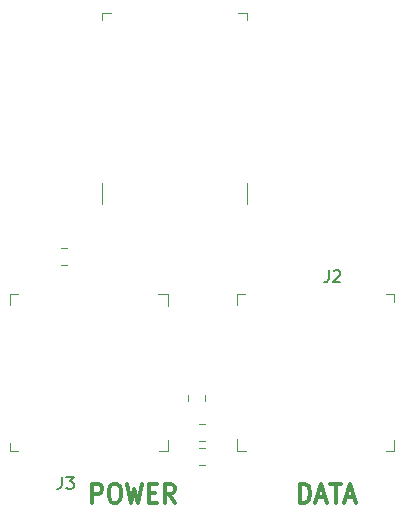
<source format=gbr>
G04 #@! TF.GenerationSoftware,KiCad,Pcbnew,(5.1.4)-1*
G04 #@! TF.CreationDate,2019-10-26T17:50:02-04:00*
G04 #@! TF.ProjectId,usb-vertical-splitter,7573622d-7665-4727-9469-63616c2d7370,0*
G04 #@! TF.SameCoordinates,Original*
G04 #@! TF.FileFunction,Legend,Top*
G04 #@! TF.FilePolarity,Positive*
%FSLAX46Y46*%
G04 Gerber Fmt 4.6, Leading zero omitted, Abs format (unit mm)*
G04 Created by KiCad (PCBNEW (5.1.4)-1) date 2019-10-26 17:50:02*
%MOMM*%
%LPD*%
G04 APERTURE LIST*
%ADD10C,0.350000*%
%ADD11C,0.120000*%
%ADD12C,0.100000*%
%ADD13C,0.150000*%
G04 APERTURE END LIST*
D10*
X128535714Y-113023809D02*
X128535714Y-111423809D01*
X129107142Y-111423809D01*
X129250000Y-111500000D01*
X129321428Y-111576190D01*
X129392857Y-111728571D01*
X129392857Y-111957142D01*
X129321428Y-112109523D01*
X129250000Y-112185714D01*
X129107142Y-112261904D01*
X128535714Y-112261904D01*
X130321428Y-111423809D02*
X130607142Y-111423809D01*
X130750000Y-111500000D01*
X130892857Y-111652380D01*
X130964285Y-111957142D01*
X130964285Y-112490476D01*
X130892857Y-112795238D01*
X130750000Y-112947619D01*
X130607142Y-113023809D01*
X130321428Y-113023809D01*
X130178571Y-112947619D01*
X130035714Y-112795238D01*
X129964285Y-112490476D01*
X129964285Y-111957142D01*
X130035714Y-111652380D01*
X130178571Y-111500000D01*
X130321428Y-111423809D01*
X131464285Y-111423809D02*
X131821428Y-113023809D01*
X132107142Y-111880952D01*
X132392857Y-113023809D01*
X132750000Y-111423809D01*
X133321428Y-112185714D02*
X133821428Y-112185714D01*
X134035714Y-113023809D02*
X133321428Y-113023809D01*
X133321428Y-111423809D01*
X134035714Y-111423809D01*
X135535714Y-113023809D02*
X135035714Y-112261904D01*
X134678571Y-113023809D02*
X134678571Y-111423809D01*
X135250000Y-111423809D01*
X135392857Y-111500000D01*
X135464285Y-111576190D01*
X135535714Y-111728571D01*
X135535714Y-111957142D01*
X135464285Y-112109523D01*
X135392857Y-112185714D01*
X135250000Y-112261904D01*
X134678571Y-112261904D01*
X146150000Y-113023809D02*
X146150000Y-111423809D01*
X146507142Y-111423809D01*
X146721428Y-111500000D01*
X146864285Y-111652380D01*
X146935714Y-111804761D01*
X147007142Y-112109523D01*
X147007142Y-112338095D01*
X146935714Y-112642857D01*
X146864285Y-112795238D01*
X146721428Y-112947619D01*
X146507142Y-113023809D01*
X146150000Y-113023809D01*
X147578571Y-112566666D02*
X148292857Y-112566666D01*
X147435714Y-113023809D02*
X147935714Y-111423809D01*
X148435714Y-113023809D01*
X148721428Y-111423809D02*
X149578571Y-111423809D01*
X149150000Y-113023809D02*
X149150000Y-111423809D01*
X150007142Y-112566666D02*
X150721428Y-112566666D01*
X149864285Y-113023809D02*
X150364285Y-111423809D01*
X150864285Y-113023809D01*
D11*
X126421078Y-91490000D02*
X125903922Y-91490000D01*
X126421078Y-92910000D02*
X125903922Y-92910000D01*
X138121078Y-109810000D02*
X137603922Y-109810000D01*
X138121078Y-108390000D02*
X137603922Y-108390000D01*
D12*
X129375000Y-86950000D02*
X129375000Y-86000000D01*
X141625000Y-87700000D02*
X141625000Y-85925000D01*
X129375000Y-87700000D02*
X129375000Y-86925000D01*
X140925000Y-71575000D02*
X141625000Y-71575000D01*
X141625000Y-71575000D02*
X141625000Y-72125000D01*
X130100000Y-71575000D02*
X129375000Y-71575000D01*
X129375000Y-71575000D02*
X129375000Y-72175000D01*
X154105000Y-107700000D02*
X154105000Y-108675000D01*
X154105000Y-108675000D02*
X153430000Y-108675000D01*
X153455000Y-95325000D02*
X154105000Y-95325000D01*
X154105000Y-95325000D02*
X154105000Y-96025000D01*
X140775000Y-107650000D02*
X140775000Y-108675000D01*
X140775000Y-108675000D02*
X141575000Y-108675000D01*
X140775000Y-96275000D02*
X140775000Y-95325000D01*
X140775000Y-95325000D02*
X141500000Y-95325000D01*
X134935000Y-108675000D02*
X134210000Y-108675000D01*
X134935000Y-107725000D02*
X134935000Y-108675000D01*
X134935000Y-95325000D02*
X134135000Y-95325000D01*
X134935000Y-96350000D02*
X134935000Y-95325000D01*
X121605000Y-108675000D02*
X121605000Y-107975000D01*
X122255000Y-108675000D02*
X121605000Y-108675000D01*
X121605000Y-95325000D02*
X122280000Y-95325000D01*
X121605000Y-96300000D02*
X121605000Y-95325000D01*
D11*
X138121078Y-107810000D02*
X137603922Y-107810000D01*
X138121078Y-106390000D02*
X137603922Y-106390000D01*
X136690000Y-104458578D02*
X136690000Y-103941422D01*
X138110000Y-104458578D02*
X138110000Y-103941422D01*
D13*
X148566666Y-93352380D02*
X148566666Y-94066666D01*
X148519047Y-94209523D01*
X148423809Y-94304761D01*
X148280952Y-94352380D01*
X148185714Y-94352380D01*
X148995238Y-93447619D02*
X149042857Y-93400000D01*
X149138095Y-93352380D01*
X149376190Y-93352380D01*
X149471428Y-93400000D01*
X149519047Y-93447619D01*
X149566666Y-93542857D01*
X149566666Y-93638095D01*
X149519047Y-93780952D01*
X148947619Y-94352380D01*
X149566666Y-94352380D01*
X125966666Y-110852380D02*
X125966666Y-111566666D01*
X125919047Y-111709523D01*
X125823809Y-111804761D01*
X125680952Y-111852380D01*
X125585714Y-111852380D01*
X126347619Y-110852380D02*
X126966666Y-110852380D01*
X126633333Y-111233333D01*
X126776190Y-111233333D01*
X126871428Y-111280952D01*
X126919047Y-111328571D01*
X126966666Y-111423809D01*
X126966666Y-111661904D01*
X126919047Y-111757142D01*
X126871428Y-111804761D01*
X126776190Y-111852380D01*
X126490476Y-111852380D01*
X126395238Y-111804761D01*
X126347619Y-111757142D01*
M02*

</source>
